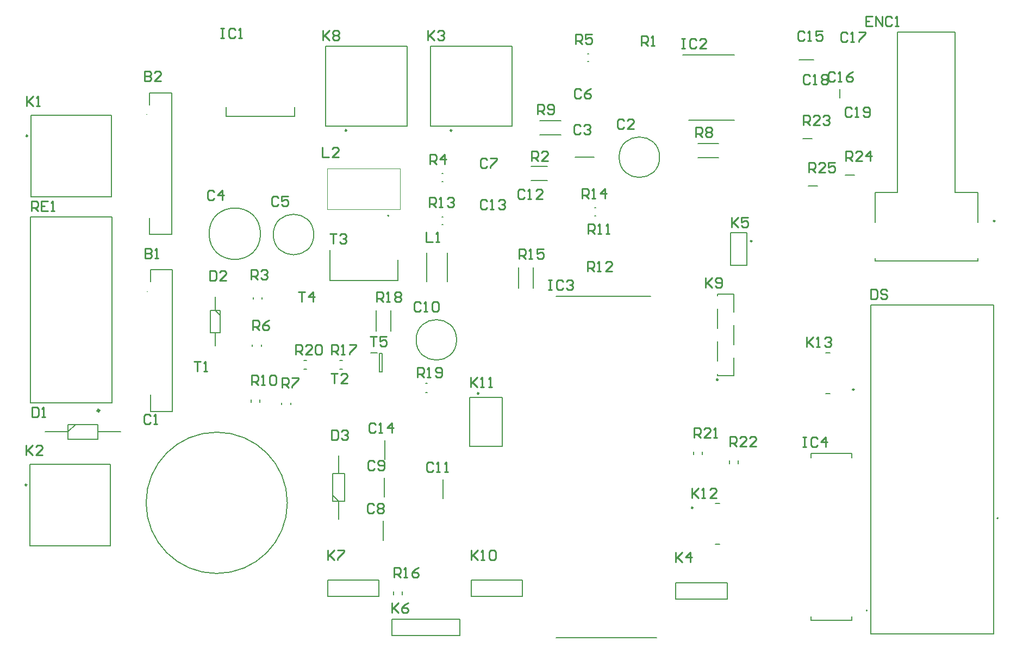
<source format=gbr>
G04*
G04 #@! TF.GenerationSoftware,Altium Limited,Altium Designer,22.4.2 (48)*
G04*
G04 Layer_Color=65535*
%FSLAX25Y25*%
%MOIN*%
G70*
G04*
G04 #@! TF.SameCoordinates,97987FA3-2DFC-465C-9EA8-C567EA978DF9*
G04*
G04*
G04 #@! TF.FilePolarity,Positive*
G04*
G01*
G75*
%ADD10C,0.00984*%
%ADD11C,0.00787*%
%ADD12C,0.00394*%
%ADD13C,0.01575*%
%ADD14C,0.00500*%
%ADD15C,0.01000*%
D10*
X298992Y432839D02*
G03*
X298992Y432839I-492J0D01*
G01*
X103331Y429500D02*
G03*
X103331Y429500I-492J0D01*
G01*
X102831Y215500D02*
G03*
X102831Y215500I-492J0D01*
G01*
X363492Y432839D02*
G03*
X363492Y432839I-492J0D01*
G01*
X511323Y201500D02*
G03*
X511323Y201500I-492J0D01*
G01*
X547551Y365000D02*
G03*
X547551Y365000I-492J0D01*
G01*
X526742Y280000D02*
G03*
X526742Y280000I-492J0D01*
G01*
X379992Y271559D02*
G03*
X379992Y271559I-492J0D01*
G01*
X696528Y377331D02*
G03*
X696528Y377331I-492J0D01*
G01*
X610161Y274000D02*
G03*
X610161Y274000I-492J0D01*
G01*
D11*
X698551Y195079D02*
G03*
X698551Y195079I-394J0D01*
G01*
X278823Y369000D02*
G03*
X278823Y369000I-12402J0D01*
G01*
X246138Y369500D02*
G03*
X246138Y369500I-15748J0D01*
G01*
X262622Y204500D02*
G03*
X262622Y204500I-43307J0D01*
G01*
X324500Y380189D02*
G03*
X324500Y380976I0J394D01*
G01*
D02*
G03*
X324500Y380189I0J-394D01*
G01*
X490902Y416421D02*
G03*
X490902Y416421I-12402J0D01*
G01*
X366402Y304421D02*
G03*
X366402Y304421I-12402J0D01*
G01*
X618291Y138500D02*
G03*
X618291Y138500I-394J0D01*
G01*
X286000Y435398D02*
Y484610D01*
X286001Y484609D02*
X335999D01*
Y435398D02*
Y484609D01*
X286000Y435398D02*
X335999D01*
X105398Y392001D02*
Y442000D01*
Y392001D02*
X154609D01*
Y441999D01*
X105398Y442000D02*
X154610D01*
X225016Y441386D02*
Y447173D01*
Y441386D02*
X266984D01*
Y447173D01*
X178138Y369094D02*
Y379193D01*
Y369094D02*
X191642D01*
Y455906D01*
X178138D02*
X191642D01*
X178138Y448484D02*
Y455906D01*
X105000Y265748D02*
Y379921D01*
X155000D01*
Y265748D02*
Y379921D01*
X105000Y265748D02*
X155000D01*
X178638Y260594D02*
Y270693D01*
Y260594D02*
X192142D01*
Y347406D01*
X178638D02*
X192142D01*
X178638Y339984D02*
Y347406D01*
X127992Y252626D02*
X146496D01*
Y243374D02*
Y252626D01*
X127992Y243374D02*
X146496D01*
X127992D02*
Y252626D01*
Y248000D02*
X132618Y252626D01*
X114114Y248000D02*
X127992D01*
X146496D02*
X160374D01*
X104898Y178001D02*
Y228000D01*
Y178001D02*
X154109D01*
Y227999D01*
X104898Y228000D02*
X154110D01*
X241843Y329606D02*
Y330394D01*
X247157Y329606D02*
Y330394D01*
X259244Y264945D02*
Y265929D01*
X264756Y264945D02*
Y265929D01*
X240343Y266114D02*
Y267886D01*
X245657Y266114D02*
Y267886D01*
X246756Y300445D02*
Y301429D01*
X241244Y300445D02*
Y301429D01*
X221453Y308811D02*
Y322591D01*
X215547Y308811D02*
X221453D01*
X215547D02*
Y322591D01*
X221453D01*
X218500D02*
X221453Y319638D01*
X218500Y322591D02*
Y330661D01*
Y300740D02*
Y308811D01*
X294614Y291657D02*
X296386D01*
X294614Y286343D02*
X296386D01*
X288752Y340921D02*
Y359386D01*
Y340921D02*
X330248D01*
Y353500D01*
X317047Y309677D02*
Y322323D01*
X325953Y309677D02*
Y322323D01*
X319114Y296209D02*
X320886D01*
Y284791D02*
Y296209D01*
X319114Y284791D02*
X320886D01*
X319114D02*
Y296209D01*
X313602Y296406D02*
X317736D01*
X272614Y291657D02*
X274386D01*
X272614Y286343D02*
X274386D01*
X446851Y475039D02*
X447423D01*
X446851Y479961D02*
X447423D01*
X350500Y435398D02*
X400499D01*
Y484609D01*
X350501D02*
X400499D01*
X350500Y435398D02*
Y484610D01*
X357577Y406461D02*
X358149D01*
X357577Y401539D02*
X358149D01*
X505220Y479000D02*
X536874D01*
X508874Y439000D02*
X536874D01*
X514523Y424953D02*
X527170D01*
X514523Y416047D02*
X527170D01*
X439094Y416500D02*
X450906D01*
X412067Y410732D02*
X421933D01*
X412067Y402268D02*
X421933D01*
X357351Y379961D02*
X357923D01*
X357351Y375039D02*
X357923D01*
X451077Y380539D02*
X451649D01*
X451077Y385461D02*
X451649D01*
X417492Y438953D02*
X430508D01*
X417492Y430047D02*
X430508D01*
X413453Y336023D02*
Y348670D01*
X404547Y336023D02*
Y348670D01*
X360799Y340142D02*
Y357858D01*
X348201Y340142D02*
Y357858D01*
X358000Y207094D02*
Y218906D01*
X322000Y208094D02*
Y219906D01*
X321500Y181594D02*
Y193406D01*
X333157Y148248D02*
Y150020D01*
X327843Y148248D02*
Y150020D01*
X375252Y147016D02*
Y157016D01*
X406748D01*
Y147016D02*
Y157016D01*
X375252Y147016D02*
X406748D01*
X287252D02*
Y157016D01*
X318748D01*
Y147016D02*
Y157016D01*
X287252Y147016D02*
X318748D01*
X427374Y121752D02*
X489079D01*
X427374Y331248D02*
X485374D01*
X525159Y204000D02*
X527841D01*
X525159Y179000D02*
X527841D01*
X347508Y272244D02*
X348492D01*
X347508Y277756D02*
X348492D01*
X534500Y350000D02*
X544500D01*
X534500D02*
Y370000D01*
X544500D01*
Y350000D02*
Y370000D01*
X526252Y331575D02*
Y332500D01*
X536252Y321575D02*
Y332500D01*
X526252D02*
X536252D01*
X526252Y282500D02*
X536252D01*
Y293425D01*
Y301575D02*
Y313425D01*
X526252Y291575D02*
Y303425D01*
Y311575D02*
Y323425D01*
Y282500D02*
Y283425D01*
X394500Y239000D02*
Y269000D01*
X374500D02*
X394500D01*
X374500Y239000D02*
Y269000D01*
Y239000D02*
X394500D01*
X511843Y233980D02*
Y235752D01*
X517157Y233980D02*
Y235752D01*
X533843Y228614D02*
Y230386D01*
X539157Y228614D02*
Y230386D01*
X368248Y123000D02*
Y133000D01*
X326752Y123000D02*
X368248D01*
X326752D02*
Y133000D01*
X368248D01*
X290358Y205602D02*
Y222335D01*
X297642D01*
Y205602D02*
Y222335D01*
X290358Y205602D02*
X297642D01*
X290358Y209244D02*
X294000Y205602D01*
Y194579D02*
Y205602D01*
Y222335D02*
Y233358D01*
X500752Y145516D02*
Y155516D01*
X532248D01*
Y145516D02*
Y155516D01*
X500752Y145516D02*
X532248D01*
X322500Y231094D02*
Y242906D01*
X576472Y476299D02*
X585528D01*
X601500Y452744D02*
Y458256D01*
X582244Y398745D02*
X587756D01*
X604744Y405500D02*
X610256D01*
X578744Y427745D02*
X584256D01*
X623004Y376346D02*
Y394654D01*
X685996Y376346D02*
Y394654D01*
X636783Y493079D02*
X672217D01*
Y394654D02*
Y493079D01*
X636783Y394654D02*
Y493079D01*
X623004Y394654D02*
X636783D01*
X672217D02*
X685996D01*
X623004Y352921D02*
X685996D01*
Y354398D01*
X623004Y352921D02*
Y354398D01*
X592659Y271500D02*
X595341D01*
X592659Y296500D02*
X595341D01*
D12*
X235764Y414890D02*
G03*
X235764Y415283I0J197D01*
G01*
D02*
G03*
X235764Y414890I0J-197D01*
G01*
X176201Y442500D02*
G03*
X176594Y442500I197J0D01*
G01*
D02*
G03*
X176201Y442500I-197J0D01*
G01*
X176701Y334000D02*
G03*
X177094Y334000I197J0D01*
G01*
D02*
G03*
X176701Y334000I-197J0D01*
G01*
X287098Y384598D02*
Y409402D01*
X331902D01*
Y384598D02*
Y409402D01*
X287098Y384598D02*
X331902D01*
D13*
X147212Y261035D02*
G03*
X147212Y261035I-495J0D01*
G01*
D14*
X620402Y124213D02*
X695598D01*
X620402D02*
Y325787D01*
X695598D01*
Y124213D02*
Y325787D01*
X583705Y132319D02*
Y134780D01*
Y232220D02*
Y234681D01*
X608902Y132319D02*
Y134780D01*
Y232220D02*
Y234681D01*
X583705Y132319D02*
X608902D01*
X583705Y234681D02*
X608902D01*
D15*
X620500Y335498D02*
Y329500D01*
X623499D01*
X624499Y330500D01*
Y334498D01*
X623499Y335498D01*
X620500D01*
X630497Y334498D02*
X629497Y335498D01*
X627498D01*
X626498Y334498D01*
Y333499D01*
X627498Y332499D01*
X629497D01*
X630497Y331499D01*
Y330500D01*
X629497Y329500D01*
X627498D01*
X626498Y330500D01*
X578600Y244798D02*
X580599D01*
X579600D01*
Y238800D01*
X578600D01*
X580599D01*
X587597Y243798D02*
X586597Y244798D01*
X584598D01*
X583598Y243798D01*
Y239800D01*
X584598Y238800D01*
X586597D01*
X587597Y239800D01*
X592595Y238800D02*
Y244798D01*
X589596Y241799D01*
X593595D01*
X313500Y306498D02*
X317499D01*
X315499D01*
Y300500D01*
X323497Y306498D02*
X319498D01*
Y303499D01*
X321497Y304499D01*
X322497D01*
X323497Y303499D01*
Y301500D01*
X322497Y300500D01*
X320498D01*
X319498Y301500D01*
X269400Y333798D02*
X273399D01*
X271399D01*
Y327800D01*
X278397D02*
Y333798D01*
X275398Y330799D01*
X279397D01*
X288700Y369498D02*
X292699D01*
X290699D01*
Y363500D01*
X294698Y368498D02*
X295698Y369498D01*
X297697D01*
X298697Y368498D01*
Y367499D01*
X297697Y366499D01*
X296697D01*
X297697D01*
X298697Y365499D01*
Y364500D01*
X297697Y363500D01*
X295698D01*
X294698Y364500D01*
X289400Y283698D02*
X293399D01*
X291399D01*
Y277700D01*
X299397D02*
X295398D01*
X299397Y281699D01*
Y282698D01*
X298397Y283698D01*
X296398D01*
X295398Y282698D01*
X205400Y291098D02*
X209399D01*
X207399D01*
Y285100D01*
X211398D02*
X213397D01*
X212398D01*
Y291098D01*
X211398Y290098D01*
X105600Y383500D02*
Y389498D01*
X108599D01*
X109599Y388498D01*
Y386499D01*
X108599Y385499D01*
X105600D01*
X107599D02*
X109599Y383500D01*
X115597Y389498D02*
X111598D01*
Y383500D01*
X115597D01*
X111598Y386499D02*
X113597D01*
X117596Y383500D02*
X119596D01*
X118596D01*
Y389498D01*
X117596Y388498D01*
X582500Y407300D02*
Y413298D01*
X585499D01*
X586499Y412298D01*
Y410299D01*
X585499Y409299D01*
X582500D01*
X584499D02*
X586499Y407300D01*
X592497D02*
X588498D01*
X592497Y411299D01*
Y412298D01*
X591497Y413298D01*
X589498D01*
X588498Y412298D01*
X598495Y413298D02*
X594496D01*
Y410299D01*
X596495Y411299D01*
X597495D01*
X598495Y410299D01*
Y408300D01*
X597495Y407300D01*
X595496D01*
X594496Y408300D01*
X605000Y414000D02*
Y419998D01*
X607999D01*
X608999Y418998D01*
Y416999D01*
X607999Y415999D01*
X605000D01*
X606999D02*
X608999Y414000D01*
X614997D02*
X610998D01*
X614997Y417999D01*
Y418998D01*
X613997Y419998D01*
X611998D01*
X610998Y418998D01*
X619995Y414000D02*
Y419998D01*
X616996Y416999D01*
X620995D01*
X579000Y436300D02*
Y442298D01*
X581999D01*
X582999Y441298D01*
Y439299D01*
X581999Y438299D01*
X579000D01*
X580999D02*
X582999Y436300D01*
X588997D02*
X584998D01*
X588997Y440299D01*
Y441298D01*
X587997Y442298D01*
X585998D01*
X584998Y441298D01*
X590996D02*
X591996Y442298D01*
X593995D01*
X594995Y441298D01*
Y440299D01*
X593995Y439299D01*
X592996D01*
X593995D01*
X594995Y438299D01*
Y437300D01*
X593995Y436300D01*
X591996D01*
X590996Y437300D01*
X534100Y239200D02*
Y245198D01*
X537099D01*
X538099Y244198D01*
Y242199D01*
X537099Y241199D01*
X534100D01*
X536099D02*
X538099Y239200D01*
X544097D02*
X540098D01*
X544097Y243199D01*
Y244198D01*
X543097Y245198D01*
X541098D01*
X540098Y244198D01*
X550095Y239200D02*
X546096D01*
X550095Y243199D01*
Y244198D01*
X549095Y245198D01*
X547096D01*
X546096Y244198D01*
X512100Y244600D02*
Y250598D01*
X515099D01*
X516099Y249598D01*
Y247599D01*
X515099Y246599D01*
X512100D01*
X514099D02*
X516099Y244600D01*
X522097D02*
X518098D01*
X522097Y248599D01*
Y249598D01*
X521097Y250598D01*
X519098D01*
X518098Y249598D01*
X524096Y244600D02*
X526095D01*
X525096D01*
Y250598D01*
X524096Y249598D01*
X267800Y295400D02*
Y301398D01*
X270799D01*
X271799Y300398D01*
Y298399D01*
X270799Y297399D01*
X267800D01*
X269799D02*
X271799Y295400D01*
X277797D02*
X273798D01*
X277797Y299399D01*
Y300398D01*
X276797Y301398D01*
X274798D01*
X273798Y300398D01*
X279796D02*
X280796Y301398D01*
X282795D01*
X283795Y300398D01*
Y296400D01*
X282795Y295400D01*
X280796D01*
X279796Y296400D01*
Y300398D01*
X342300Y281500D02*
Y287498D01*
X345299D01*
X346299Y286498D01*
Y284499D01*
X345299Y283499D01*
X342300D01*
X344299D02*
X346299Y281500D01*
X348298D02*
X350297D01*
X349298D01*
Y287498D01*
X348298Y286498D01*
X353296Y282500D02*
X354296Y281500D01*
X356295D01*
X357295Y282500D01*
Y286498D01*
X356295Y287498D01*
X354296D01*
X353296Y286498D01*
Y285499D01*
X354296Y284499D01*
X357295D01*
X317300Y327700D02*
Y333698D01*
X320299D01*
X321299Y332698D01*
Y330699D01*
X320299Y329699D01*
X317300D01*
X319299D02*
X321299Y327700D01*
X323298D02*
X325297D01*
X324298D01*
Y333698D01*
X323298Y332698D01*
X328296D02*
X329296Y333698D01*
X331295D01*
X332295Y332698D01*
Y331699D01*
X331295Y330699D01*
X332295Y329699D01*
Y328700D01*
X331295Y327700D01*
X329296D01*
X328296Y328700D01*
Y329699D01*
X329296Y330699D01*
X328296Y331699D01*
Y332698D01*
X329296Y330699D02*
X331295D01*
X289800Y295400D02*
Y301398D01*
X292799D01*
X293799Y300398D01*
Y298399D01*
X292799Y297399D01*
X289800D01*
X291799D02*
X293799Y295400D01*
X295798D02*
X297797D01*
X296798D01*
Y301398D01*
X295798Y300398D01*
X300796Y301398D02*
X304795D01*
Y300398D01*
X300796Y296400D01*
Y295400D01*
X328100Y158800D02*
Y164798D01*
X331099D01*
X332099Y163798D01*
Y161799D01*
X331099Y160799D01*
X328100D01*
X330099D02*
X332099Y158800D01*
X334098D02*
X336097D01*
X335098D01*
Y164798D01*
X334098Y163798D01*
X343095Y164798D02*
X341096Y163798D01*
X339096Y161799D01*
Y159800D01*
X340096Y158800D01*
X342095D01*
X343095Y159800D01*
Y160799D01*
X342095Y161799D01*
X339096D01*
X404800Y354000D02*
Y359998D01*
X407799D01*
X408799Y358998D01*
Y356999D01*
X407799Y355999D01*
X404800D01*
X406799D02*
X408799Y354000D01*
X410798D02*
X412797D01*
X411798D01*
Y359998D01*
X410798Y358998D01*
X419795Y359998D02*
X415796D01*
Y356999D01*
X417796Y357999D01*
X418795D01*
X419795Y356999D01*
Y355000D01*
X418795Y354000D01*
X416796D01*
X415796Y355000D01*
X443500Y391300D02*
Y397298D01*
X446499D01*
X447499Y396298D01*
Y394299D01*
X446499Y393299D01*
X443500D01*
X445499D02*
X447499Y391300D01*
X449498D02*
X451497D01*
X450498D01*
Y397298D01*
X449498Y396298D01*
X457495Y391300D02*
Y397298D01*
X454496Y394299D01*
X458495D01*
X349800Y385800D02*
Y391798D01*
X352799D01*
X353799Y390798D01*
Y388799D01*
X352799Y387799D01*
X349800D01*
X351799D02*
X353799Y385800D01*
X355798D02*
X357797D01*
X356798D01*
Y391798D01*
X355798Y390798D01*
X360796D02*
X361796Y391798D01*
X363795D01*
X364795Y390798D01*
Y389799D01*
X363795Y388799D01*
X362796D01*
X363795D01*
X364795Y387799D01*
Y386800D01*
X363795Y385800D01*
X361796D01*
X360796Y386800D01*
X446600Y346400D02*
Y352398D01*
X449599D01*
X450599Y351398D01*
Y349399D01*
X449599Y348399D01*
X446600D01*
X448599D02*
X450599Y346400D01*
X452598D02*
X454597D01*
X453598D01*
Y352398D01*
X452598Y351398D01*
X461595Y346400D02*
X457596D01*
X461595Y350399D01*
Y351398D01*
X460596Y352398D01*
X458596D01*
X457596Y351398D01*
X447100Y369400D02*
Y375398D01*
X450099D01*
X451099Y374398D01*
Y372399D01*
X450099Y371399D01*
X447100D01*
X449099D02*
X451099Y369400D01*
X453098D02*
X455097D01*
X454098D01*
Y375398D01*
X453098Y374398D01*
X458096Y369400D02*
X460096D01*
X459096D01*
Y375398D01*
X458096Y374398D01*
X240600Y276700D02*
Y282698D01*
X243599D01*
X244599Y281698D01*
Y279699D01*
X243599Y278699D01*
X240600D01*
X242599D02*
X244599Y276700D01*
X246598D02*
X248597D01*
X247598D01*
Y282698D01*
X246598Y281698D01*
X251596D02*
X252596Y282698D01*
X254595D01*
X255595Y281698D01*
Y277700D01*
X254595Y276700D01*
X252596D01*
X251596Y277700D01*
Y281698D01*
X416100Y442700D02*
Y448698D01*
X419099D01*
X420099Y447698D01*
Y445699D01*
X419099Y444699D01*
X416100D01*
X418099D02*
X420099Y442700D01*
X422098Y443700D02*
X423098Y442700D01*
X425097D01*
X426097Y443700D01*
Y447698D01*
X425097Y448698D01*
X423098D01*
X422098Y447698D01*
Y446699D01*
X423098Y445699D01*
X426097D01*
X513200Y428700D02*
Y434698D01*
X516199D01*
X517199Y433698D01*
Y431699D01*
X516199Y430699D01*
X513200D01*
X515199D02*
X517199Y428700D01*
X519198Y433698D02*
X520198Y434698D01*
X522197D01*
X523197Y433698D01*
Y432699D01*
X522197Y431699D01*
X523197Y430699D01*
Y429700D01*
X522197Y428700D01*
X520198D01*
X519198Y429700D01*
Y430699D01*
X520198Y431699D01*
X519198Y432699D01*
Y433698D01*
X520198Y431699D02*
X522197D01*
X259500Y275100D02*
Y281098D01*
X262499D01*
X263499Y280098D01*
Y278099D01*
X262499Y277099D01*
X259500D01*
X261499D02*
X263499Y275100D01*
X265498Y281098D02*
X269497D01*
Y280098D01*
X265498Y276100D01*
Y275100D01*
X241500Y310600D02*
Y316598D01*
X244499D01*
X245499Y315598D01*
Y313599D01*
X244499Y312599D01*
X241500D01*
X243499D02*
X245499Y310600D01*
X251497Y316598D02*
X249497Y315598D01*
X247498Y313599D01*
Y311600D01*
X248498Y310600D01*
X250497D01*
X251497Y311600D01*
Y312599D01*
X250497Y313599D01*
X247498D01*
X439300Y485800D02*
Y491798D01*
X442299D01*
X443299Y490798D01*
Y488799D01*
X442299Y487799D01*
X439300D01*
X441299D02*
X443299Y485800D01*
X449297Y491798D02*
X445298D01*
Y488799D01*
X447297Y489799D01*
X448297D01*
X449297Y488799D01*
Y486800D01*
X448297Y485800D01*
X446298D01*
X445298Y486800D01*
X350000Y412300D02*
Y418298D01*
X352999D01*
X353999Y417298D01*
Y415299D01*
X352999Y414299D01*
X350000D01*
X351999D02*
X353999Y412300D01*
X358997D02*
Y418298D01*
X355998Y415299D01*
X359997D01*
X240300Y341600D02*
Y347598D01*
X243299D01*
X244299Y346598D01*
Y344599D01*
X243299Y343599D01*
X240300D01*
X242299D02*
X244299Y341600D01*
X246298Y346598D02*
X247298Y347598D01*
X249297D01*
X250297Y346598D01*
Y345599D01*
X249297Y344599D01*
X248297D01*
X249297D01*
X250297Y343599D01*
Y342600D01*
X249297Y341600D01*
X247298D01*
X246298Y342600D01*
X412300Y414100D02*
Y420098D01*
X415299D01*
X416299Y419098D01*
Y417099D01*
X415299Y416099D01*
X412300D01*
X414299D02*
X416299Y414100D01*
X422297D02*
X418298D01*
X422297Y418099D01*
Y419098D01*
X421297Y420098D01*
X419298D01*
X418298Y419098D01*
X479600Y484900D02*
Y490898D01*
X482599D01*
X483599Y489898D01*
Y487899D01*
X482599Y486899D01*
X479600D01*
X481599D02*
X483599Y484900D01*
X485598D02*
X487597D01*
X486598D01*
Y490898D01*
X485598Y489898D01*
X284000Y422498D02*
Y416500D01*
X287999D01*
X293997D02*
X289998D01*
X293997Y420499D01*
Y421498D01*
X292997Y422498D01*
X290998D01*
X289998Y421498D01*
X347700Y370598D02*
Y364600D01*
X351699D01*
X353698D02*
X355697D01*
X354698D01*
Y370598D01*
X353698Y369598D01*
X581000Y305998D02*
Y300000D01*
Y301999D01*
X584999Y305998D01*
X582000Y302999D01*
X584999Y300000D01*
X586998D02*
X588997D01*
X587998D01*
Y305998D01*
X586998Y304998D01*
X591996D02*
X592996Y305998D01*
X594995D01*
X595995Y304998D01*
Y303999D01*
X594995Y302999D01*
X593996D01*
X594995D01*
X595995Y301999D01*
Y301000D01*
X594995Y300000D01*
X592996D01*
X591996Y301000D01*
X510800Y213498D02*
Y207500D01*
Y209499D01*
X514799Y213498D01*
X511800Y210499D01*
X514799Y207500D01*
X516798D02*
X518797D01*
X517798D01*
Y213498D01*
X516798Y212498D01*
X525795Y207500D02*
X521796D01*
X525795Y211499D01*
Y212498D01*
X524795Y213498D01*
X522796D01*
X521796Y212498D01*
X375000Y281498D02*
Y275500D01*
Y277499D01*
X378999Y281498D01*
X376000Y278499D01*
X378999Y275500D01*
X380998D02*
X382997D01*
X381998D01*
Y281498D01*
X380998Y280498D01*
X385996Y275500D02*
X387996D01*
X386996D01*
Y281498D01*
X385996Y280498D01*
X375300Y175598D02*
Y169600D01*
Y171599D01*
X379299Y175598D01*
X376300Y172599D01*
X379299Y169600D01*
X381298D02*
X383297D01*
X382298D01*
Y175598D01*
X381298Y174598D01*
X386296D02*
X387296Y175598D01*
X389296D01*
X390295Y174598D01*
Y170600D01*
X389296Y169600D01*
X387296D01*
X386296Y170600D01*
Y174598D01*
X519200Y342498D02*
Y336500D01*
Y338499D01*
X523199Y342498D01*
X520200Y339499D01*
X523199Y336500D01*
X525198Y337500D02*
X526198Y336500D01*
X528197D01*
X529197Y337500D01*
Y341498D01*
X528197Y342498D01*
X526198D01*
X525198Y341498D01*
Y340499D01*
X526198Y339499D01*
X529197D01*
X284300Y494098D02*
Y488100D01*
Y490099D01*
X288299Y494098D01*
X285300Y491099D01*
X288299Y488100D01*
X290298Y493098D02*
X291298Y494098D01*
X293297D01*
X294297Y493098D01*
Y492099D01*
X293297Y491099D01*
X294297Y490099D01*
Y489100D01*
X293297Y488100D01*
X291298D01*
X290298Y489100D01*
Y490099D01*
X291298Y491099D01*
X290298Y492099D01*
Y493098D01*
X291298Y491099D02*
X293297D01*
X287300Y175598D02*
Y169600D01*
Y171599D01*
X291299Y175598D01*
X288300Y172599D01*
X291299Y169600D01*
X293298Y175598D02*
X297297D01*
Y174598D01*
X293298Y170600D01*
Y169600D01*
X326800Y142998D02*
Y137000D01*
Y138999D01*
X330799Y142998D01*
X327800Y139999D01*
X330799Y137000D01*
X336797Y142998D02*
X334797Y141998D01*
X332798Y139999D01*
Y138000D01*
X333798Y137000D01*
X335797D01*
X336797Y138000D01*
Y138999D01*
X335797Y139999D01*
X332798D01*
X535000Y379498D02*
Y373500D01*
Y375499D01*
X538999Y379498D01*
X536000Y376499D01*
X538999Y373500D01*
X544997Y379498D02*
X540998D01*
Y376499D01*
X542997Y377499D01*
X543997D01*
X544997Y376499D01*
Y374500D01*
X543997Y373500D01*
X541998D01*
X540998Y374500D01*
X500800Y174098D02*
Y168100D01*
Y170099D01*
X504799Y174098D01*
X501800Y171099D01*
X504799Y168100D01*
X509797D02*
Y174098D01*
X506798Y171099D01*
X510797D01*
X348800Y494098D02*
Y488100D01*
Y490099D01*
X352799Y494098D01*
X349800Y491099D01*
X352799Y488100D01*
X354798Y493098D02*
X355798Y494098D01*
X357797D01*
X358797Y493098D01*
Y492099D01*
X357797Y491099D01*
X356797D01*
X357797D01*
X358797Y490099D01*
Y489100D01*
X357797Y488100D01*
X355798D01*
X354798Y489100D01*
X102400Y239698D02*
Y233700D01*
Y235699D01*
X106399Y239698D01*
X103400Y236699D01*
X106399Y233700D01*
X112397D02*
X108398D01*
X112397Y237699D01*
Y238698D01*
X111397Y239698D01*
X109398D01*
X108398Y238698D01*
X102900Y453698D02*
Y447700D01*
Y449699D01*
X106899Y453698D01*
X103900Y450699D01*
X106899Y447700D01*
X108898D02*
X110897D01*
X109898D01*
Y453698D01*
X108898Y452698D01*
X422700Y341298D02*
X424699D01*
X423700D01*
Y335300D01*
X422700D01*
X424699D01*
X431697Y340298D02*
X430697Y341298D01*
X428698D01*
X427698Y340298D01*
Y336300D01*
X428698Y335300D01*
X430697D01*
X431697Y336300D01*
X433696Y340298D02*
X434696Y341298D01*
X436695D01*
X437695Y340298D01*
Y339299D01*
X436695Y338299D01*
X435696D01*
X436695D01*
X437695Y337299D01*
Y336300D01*
X436695Y335300D01*
X434696D01*
X433696Y336300D01*
X504300Y489098D02*
X506299D01*
X505300D01*
Y483100D01*
X504300D01*
X506299D01*
X513297Y488098D02*
X512297Y489098D01*
X510298D01*
X509298Y488098D01*
Y484100D01*
X510298Y483100D01*
X512297D01*
X513297Y484100D01*
X519295Y483100D02*
X515296D01*
X519295Y487099D01*
Y488098D01*
X518295Y489098D01*
X516296D01*
X515296Y488098D01*
X221800Y495598D02*
X223799D01*
X222800D01*
Y489600D01*
X221800D01*
X223799D01*
X230797Y494598D02*
X229797Y495598D01*
X227798D01*
X226798Y494598D01*
Y490600D01*
X227798Y489600D01*
X229797D01*
X230797Y490600D01*
X232796Y489600D02*
X234796D01*
X233796D01*
Y495598D01*
X232796Y494598D01*
X621299Y502898D02*
X617300D01*
Y496900D01*
X621299D01*
X617300Y499899D02*
X619299D01*
X623298Y496900D02*
Y502898D01*
X627297Y496900D01*
Y502898D01*
X633295Y501898D02*
X632295Y502898D01*
X630296D01*
X629296Y501898D01*
Y497900D01*
X630296Y496900D01*
X632295D01*
X633295Y497900D01*
X635294Y496900D02*
X637293D01*
X636294D01*
Y502898D01*
X635294Y501898D01*
X289900Y249298D02*
Y243300D01*
X292899D01*
X293899Y244300D01*
Y248298D01*
X292899Y249298D01*
X289900D01*
X295898Y248298D02*
X296898Y249298D01*
X298897D01*
X299897Y248298D01*
Y247299D01*
X298897Y246299D01*
X297897D01*
X298897D01*
X299897Y245299D01*
Y244300D01*
X298897Y243300D01*
X296898D01*
X295898Y244300D01*
X215100Y346798D02*
Y340800D01*
X218099D01*
X219099Y341800D01*
Y345798D01*
X218099Y346798D01*
X215100D01*
X225097Y340800D02*
X221098D01*
X225097Y344799D01*
Y345798D01*
X224097Y346798D01*
X222098D01*
X221098Y345798D01*
X106200Y263098D02*
Y257100D01*
X109199D01*
X110199Y258100D01*
Y262098D01*
X109199Y263098D01*
X106200D01*
X112198Y257100D02*
X114197D01*
X113198D01*
Y263098D01*
X112198Y262098D01*
X608599Y446298D02*
X607599Y447298D01*
X605600D01*
X604600Y446298D01*
Y442300D01*
X605600Y441300D01*
X607599D01*
X608599Y442300D01*
X610598Y441300D02*
X612597D01*
X611598D01*
Y447298D01*
X610598Y446298D01*
X615596Y442300D02*
X616596Y441300D01*
X618596D01*
X619595Y442300D01*
Y446298D01*
X618596Y447298D01*
X616596D01*
X615596Y446298D01*
Y445299D01*
X616596Y444299D01*
X619595D01*
X583099Y465998D02*
X582099Y466998D01*
X580100D01*
X579100Y465998D01*
Y462000D01*
X580100Y461000D01*
X582099D01*
X583099Y462000D01*
X585098Y461000D02*
X587097D01*
X586098D01*
Y466998D01*
X585098Y465998D01*
X590096D02*
X591096Y466998D01*
X593095D01*
X594095Y465998D01*
Y464999D01*
X593095Y463999D01*
X594095Y462999D01*
Y462000D01*
X593095Y461000D01*
X591096D01*
X590096Y462000D01*
Y462999D01*
X591096Y463999D01*
X590096Y464999D01*
Y465998D01*
X591096Y463999D02*
X593095D01*
X606099Y492298D02*
X605099Y493298D01*
X603100D01*
X602100Y492298D01*
Y488300D01*
X603100Y487300D01*
X605099D01*
X606099Y488300D01*
X608098Y487300D02*
X610097D01*
X609098D01*
Y493298D01*
X608098Y492298D01*
X613096Y493298D02*
X617095D01*
Y492298D01*
X613096Y488300D01*
Y487300D01*
X598299Y467798D02*
X597299Y468798D01*
X595300D01*
X594300Y467798D01*
Y463800D01*
X595300Y462800D01*
X597299D01*
X598299Y463800D01*
X600298Y462800D02*
X602297D01*
X601298D01*
Y468798D01*
X600298Y467798D01*
X609295Y468798D02*
X607296Y467798D01*
X605296Y465799D01*
Y463800D01*
X606296Y462800D01*
X608295D01*
X609295Y463800D01*
Y464799D01*
X608295Y465799D01*
X605296D01*
X579799Y492898D02*
X578799Y493898D01*
X576800D01*
X575800Y492898D01*
Y488900D01*
X576800Y487900D01*
X578799D01*
X579799Y488900D01*
X581798Y487900D02*
X583797D01*
X582798D01*
Y493898D01*
X581798Y492898D01*
X590795Y493898D02*
X586796D01*
Y490899D01*
X588796Y491899D01*
X589795D01*
X590795Y490899D01*
Y488900D01*
X589795Y487900D01*
X587796D01*
X586796Y488900D01*
X316599Y252598D02*
X315599Y253598D01*
X313600D01*
X312600Y252598D01*
Y248600D01*
X313600Y247600D01*
X315599D01*
X316599Y248600D01*
X318598Y247600D02*
X320597D01*
X319598D01*
Y253598D01*
X318598Y252598D01*
X326595Y247600D02*
Y253598D01*
X323596Y250599D01*
X327595D01*
X385199Y389398D02*
X384199Y390398D01*
X382200D01*
X381200Y389398D01*
Y385400D01*
X382200Y384400D01*
X384199D01*
X385199Y385400D01*
X387198Y384400D02*
X389197D01*
X388198D01*
Y390398D01*
X387198Y389398D01*
X392196D02*
X393196Y390398D01*
X395196D01*
X396195Y389398D01*
Y388399D01*
X395196Y387399D01*
X394196D01*
X395196D01*
X396195Y386399D01*
Y385400D01*
X395196Y384400D01*
X393196D01*
X392196Y385400D01*
X408199Y395898D02*
X407199Y396898D01*
X405200D01*
X404200Y395898D01*
Y391900D01*
X405200Y390900D01*
X407199D01*
X408199Y391900D01*
X410198Y390900D02*
X412197D01*
X411198D01*
Y396898D01*
X410198Y395898D01*
X419195Y390900D02*
X415196D01*
X419195Y394899D01*
Y395898D01*
X418195Y396898D01*
X416196D01*
X415196Y395898D01*
X352099Y228598D02*
X351099Y229598D01*
X349100D01*
X348100Y228598D01*
Y224600D01*
X349100Y223600D01*
X351099D01*
X352099Y224600D01*
X354098Y223600D02*
X356097D01*
X355098D01*
Y229598D01*
X354098Y228598D01*
X359096Y223600D02*
X361096D01*
X360096D01*
Y229598D01*
X359096Y228598D01*
X344499Y326898D02*
X343499Y327898D01*
X341500D01*
X340500Y326898D01*
Y322900D01*
X341500Y321900D01*
X343499D01*
X344499Y322900D01*
X346498Y321900D02*
X348497D01*
X347498D01*
Y327898D01*
X346498Y326898D01*
X351496D02*
X352496Y327898D01*
X354496D01*
X355495Y326898D01*
Y322900D01*
X354496Y321900D01*
X352496D01*
X351496Y322900D01*
Y326898D01*
X316099Y229598D02*
X315099Y230598D01*
X313100D01*
X312100Y229598D01*
Y225600D01*
X313100Y224600D01*
X315099D01*
X316099Y225600D01*
X318098D02*
X319098Y224600D01*
X321097D01*
X322097Y225600D01*
Y229598D01*
X321097Y230598D01*
X319098D01*
X318098Y229598D01*
Y228599D01*
X319098Y227599D01*
X322097D01*
X315599Y203098D02*
X314599Y204098D01*
X312600D01*
X311600Y203098D01*
Y199100D01*
X312600Y198100D01*
X314599D01*
X315599Y199100D01*
X317598Y203098D02*
X318598Y204098D01*
X320597D01*
X321597Y203098D01*
Y202099D01*
X320597Y201099D01*
X321597Y200099D01*
Y199100D01*
X320597Y198100D01*
X318598D01*
X317598Y199100D01*
Y200099D01*
X318598Y201099D01*
X317598Y202099D01*
Y203098D01*
X318598Y201099D02*
X320597D01*
X385199Y414898D02*
X384199Y415898D01*
X382200D01*
X381200Y414898D01*
Y410900D01*
X382200Y409900D01*
X384199D01*
X385199Y410900D01*
X387198Y415898D02*
X391197D01*
Y414898D01*
X387198Y410900D01*
Y409900D01*
X442699Y457398D02*
X441699Y458398D01*
X439700D01*
X438700Y457398D01*
Y453400D01*
X439700Y452400D01*
X441699D01*
X442699Y453400D01*
X448697Y458398D02*
X446697Y457398D01*
X444698Y455399D01*
Y453400D01*
X445698Y452400D01*
X447697D01*
X448697Y453400D01*
Y454399D01*
X447697Y455399D01*
X444698D01*
X256999Y391498D02*
X255999Y392498D01*
X254000D01*
X253000Y391498D01*
Y387500D01*
X254000Y386500D01*
X255999D01*
X256999Y387500D01*
X262997Y392498D02*
X258998D01*
Y389499D01*
X260997Y390499D01*
X261997D01*
X262997Y389499D01*
Y387500D01*
X261997Y386500D01*
X259998D01*
X258998Y387500D01*
X217599Y395298D02*
X216599Y396298D01*
X214600D01*
X213600Y395298D01*
Y391300D01*
X214600Y390300D01*
X216599D01*
X217599Y391300D01*
X222597Y390300D02*
Y396298D01*
X219598Y393299D01*
X223597D01*
X442399Y435398D02*
X441399Y436398D01*
X439400D01*
X438400Y435398D01*
Y431400D01*
X439400Y430400D01*
X441399D01*
X442399Y431400D01*
X444398Y435398D02*
X445398Y436398D01*
X447397D01*
X448397Y435398D01*
Y434399D01*
X447397Y433399D01*
X446397D01*
X447397D01*
X448397Y432399D01*
Y431400D01*
X447397Y430400D01*
X445398D01*
X444398Y431400D01*
X468999Y438898D02*
X467999Y439898D01*
X466000D01*
X465000Y438898D01*
Y434900D01*
X466000Y433900D01*
X467999D01*
X468999Y434900D01*
X474997Y433900D02*
X470998D01*
X474997Y437899D01*
Y438898D01*
X473997Y439898D01*
X471998D01*
X470998Y438898D01*
X178899Y257898D02*
X177899Y258898D01*
X175900D01*
X174900Y257898D01*
Y253900D01*
X175900Y252900D01*
X177899D01*
X178899Y253900D01*
X180898Y252900D02*
X182897D01*
X181898D01*
Y258898D01*
X180898Y257898D01*
X175000Y468998D02*
Y463000D01*
X177999D01*
X178999Y464000D01*
Y464999D01*
X177999Y465999D01*
X175000D01*
X177999D01*
X178999Y466999D01*
Y467998D01*
X177999Y468998D01*
X175000D01*
X184997Y463000D02*
X180998D01*
X184997Y466999D01*
Y467998D01*
X183997Y468998D01*
X181998D01*
X180998Y467998D01*
X175500Y360498D02*
Y354500D01*
X178499D01*
X179499Y355500D01*
Y356499D01*
X178499Y357499D01*
X175500D01*
X178499D01*
X179499Y358499D01*
Y359498D01*
X178499Y360498D01*
X175500D01*
X181498Y354500D02*
X183497D01*
X182498D01*
Y360498D01*
X181498Y359498D01*
M02*

</source>
